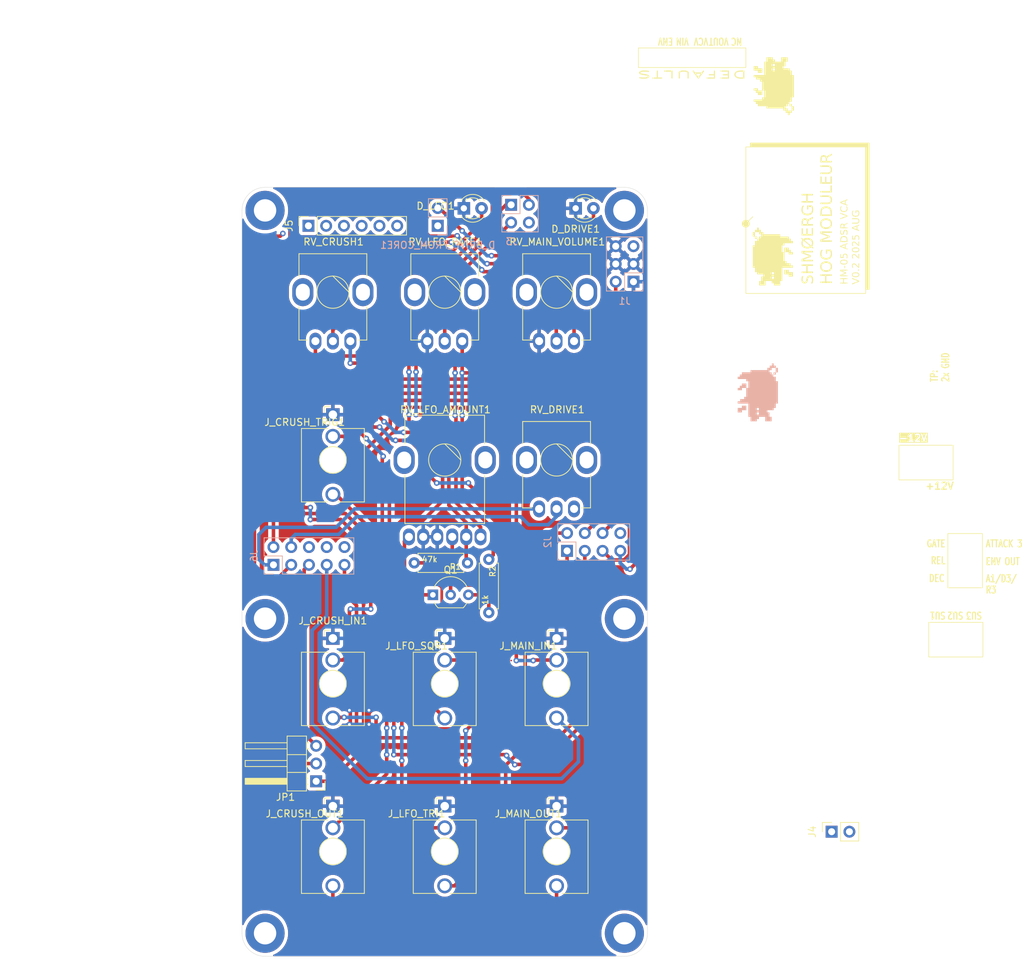
<source format=kicad_pcb>
(kicad_pcb (version 20241229) (generator "pcbnew") (generator_version "9.0")
  (layers (0 "F.Cu" signal) (2 "B.Cu" signal) (13 "F.Paste" user) (15 "B.Paste" user) (5 "F.SilkS" user "F.Silkscreen") (7 "B.SilkS" user "B.Silkscreen") (1 "F.Mask" user) (3 "B.Mask" user) (25 "Edge.Cuts" user))
  (net 0 "")
  (net 1 "DRIVE_LED_P")
  (net 2 "+12V")
  (net 3 "GND")
  (net 4 "-12V")
  (net 5 "Net-(D_LFO1-A)")
  (net 6 "RV_CRUSH_2")
  (net 7 "RV_CRUSH_1")
  (net 8 "CRUSH_OUT")
  (net 9 "CRUSH_IN")
  (net 10 "CRUSH_TRIG_DEFAULT")
  (net 12 "CRUSH_TRIG")
  (net 13 "RV_CRUSH_3")
  (net 14 "LFO_TRI")
  (net 15 "LFO_SQR")
  (net 16 "LFO_RATE")
  (net 18 "OUTPUT_OUT_DEFAULT")
  (net 19 "CRUSH_IN_DEFAULT")
  (net 20 "CRUSH_OUT_DEFAULT")
  (net 21 "LFO_SQR_DEFAULT")
  (net 22 "LFO_TRI_DEFAULT")
  (net 23 "OUTPUT_IN_DEFAULT")
  (net 24 "OUTPUT_LINE_OUT")
  (net 25 "OUTPUT_IN")
  (net 26 "OUTPUT_DRIVE_3")
  (net 27 "OUTPUT_DRIVE_1")
  (net 28 "OUTPUT_VOL_3")
  (net 30 "OUTPUT_PHONES_OUT")
  (net 31 "OUTPUT_VOL_2")
  (net 34 "OUTPUT_OUT")
  (net 35 "Net-(J_LFO_SQR1-PadT)")
  (net 36 "Net-(J_LFO_TRI1-PadT)")
  (net 37 "Net-(Q1-B)")
  (net 38 "Net-(Q1-C)")
  (footprint "Shmoergh_Custom_Footprints:Jack_3.5mm_QingPu_WQP-PJ398SM_Vertical_CircularHoles" (layer "F.Cu") (at 153 139)
    (property "Reference" "J_LFO_TRI1")
    (property "Value" "PJ398SM")
  )
  (footprint "MountingHole:MountingHole_3.2mm_M3_DIN965_Pad" (layer "F.Cu") (at 178.7 105.7)
    (property "Reference" "H6")
    (property "Value" "MountingHole")
  )
  (footprint "Shmoergh_Custom_Footprints:Potentiometer_Bourns_Single-PTV09A" (layer "F.Cu") (at 153 59)
    (property "Reference" "RV_LFO_RATE1")
    (property "Value" "A100k")
  )
  (footprint "Package_TO_SOT_THT:TO-92_Inline_Wide" (layer "F.Cu") (at 151.305 102.293)
    (property "Reference" "Q1")
    (property "Value" "2N3904")
  )
  (footprint "Shmoergh_Custom_Footprints:Jack_3.5mm_QingPu_WQP-PJ398SM_Vertical_CircularHoles" (layer "F.Cu") (at 137 139)
    (property "Reference" "J_CRUSH_OUT1")
    (property "Value" "PJ398SM")
  )
  (footprint "LED_THT:LED_D3.0mm" (layer "F.Cu") (at 171.73 47)
    (property "Reference" "D_DRIVE1")
    (property "Value" "Red LED")
  )
  (footprint "Connector_PinSocket_2.54mm:PinSocket_1x06_P2.54mm_Vertical" (layer "F.Cu") (at 133.5 49.5 90)
    (property "Reference" "J5")
    (property "Value" "Conn_01x06")
  )
  (footprint "Shmoergh_Logo:Gyeszno" (layer "F.Cu") (at 199.946 53.906 90)
    (property "Reference" "G***" (hide yes))
    (property "Value" "LOGO" (hide yes))
  )
  (footprint "Shmoergh_Custom_Footprints:Potentiometer_Bourns_Single-PTV09A" (layer "F.Cu") (at 137 59)
    (property "Reference" "RV_CRUSH1")
    (property "Value" "1M")
  )
  (footprint "Shmoergh_Custom_Footprints:Potentiometer_Bourns_Single-PTV09A" (layer "F.Cu") (at 169 59)
    (property "Reference" "RV_MAIN_VOLUME1")
    (property "Value" "A10k")
  )
  (footprint "MountingHole:MountingHole_3.2mm_M3_DIN965_Pad" (layer "F.Cu") (at 178.7 47.3)
    (property "Reference" "H2")
    (property "Value" "MountingHole")
  )
  (footprint "Shmoergh_Custom_Footprints:Potentiometer_Bourns_Dual-PTV112-4" (layer "F.Cu") (at 153 83)
    (property "Reference" "RV_LFO_AMOUNT1")
    (property "Value" "A20k")
  )
  (footprint "MountingHole:MountingHole_3.2mm_M3_DIN965_Pad" (layer "F.Cu") (at 178.7 150.7)
    (property "Reference" "H3")
    (property "Value" "MountingHole")
  )
  (footprint "Shmoergh_Custom_Footprints:Potentiometer_Bourns_Single-PTV09A" (layer "F.Cu") (at 169 83)
    (property "Reference" "RV_DRIVE1")
    (property "Value" "100k")
  )
  (footprint "Shmoergh_Custom_Footprints:Jack_3.5mm_QingPu_WQP-PJ398SM_Vertical_CircularHoles" (layer "F.Cu") (at 169 139)
    (property "Reference" "J_MAIN_OUT1")
    (property "Value" "PJ398SM")
  )
  (footprint "Connector_PinHeader_2.54mm:PinHeader_1x03_P2.54mm_Horizontal" (layer "F.Cu") (at 134.608 128.963 180)
    (property "Reference" "JP1")
    (property "Value" "Jumper_3_Open")
  )
  (footprint "MountingHole:MountingHole_3.2mm_M3_DIN965_Pad" (layer "F.Cu") (at 127.3 47.3)
    (property "Reference" "H1")
    (property "Value" "MountingHole")
  )
  (footprint "MountingHole:MountingHole_3.2mm_M3_DIN965_Pad" (layer "F.Cu") (at 127.3 150.7)
    (property "Reference" "H4")
    (property "Value" "MountingHole")
  )
  (footprint "Shmoergh_Custom_Footprints:R_Axial_DIN0207_L6.3mm_D2.5mm_P7.62mm_Horizontal" (layer "F.Cu") (at 159.306 97.213 -90)
    (property "Reference" "R2")
    (property "Value" "1k")
  )
  (footprint "Shmoergh_Custom_Footprints:Jack_3.5mm_QingPu_WQP-PJ398SM_Vertical_CircularHoles" (layer "F.Cu") (at 137 115)
    (property "Reference" "J_CRUSH_IN1")
    (property "Value" "PJ398SM")
  )
  (footprint "Shmoergh_Logo:Gyeszno" (layer "F.Cu") (at 200.073 29.522 -90)
    (property "Reference" "G***" (hide yes))
    (property "Value" "LOGO" (hide yes))
  )
  (footprint "LED_THT:LED_D3.0mm" (layer "F.Cu") (at 155.73 47)
    (property "Reference" "D_LFO1")
    (property "Value" "Red LED")
  )
  (footprint "Connector_PinSocket_2.54mm:PinSocket_1x02_P2.54mm_Vertical" (layer "F.Cu") (at 208.348 136.177 90)
    (property "Reference" "J4")
    (property "Value" "Conn_01x02")
  )
  (footprint "Shmoergh_Custom_Footprints:Jack_3.5mm_QingPu_WQP-PJ398SM_Vertical_CircularHoles" (layer "F.Cu") (at 137 83)
    (property "Reference" "J_CRUSH_TRIG1")
    (property "Value" "PJ398SM")
  )
  (footprint "Shmoergh_Custom_Footprints:R_Axial_DIN0207_L6.3mm_D2.5mm_P7.62mm_Horizontal" (layer "F.Cu") (at 156.258 97.721 180)
    (property "Reference" "R1")
    (property "Value" "47k")
  )
  (footprint "MountingHole:MountingHole_3.2mm_M3_DIN965_Pad" (layer "F.Cu") (at 127.3 105.7)
    (property "Reference" "H5")
    (property "Value" "MountingHole")
  )
  (footprint "Shmoergh_Custom_Footprints:Jack_3.5mm_QingPu_WQP-PJ398SM_Vertical_CircularHoles" (layer "F.Cu") (at 169 115)
    (property "Reference" "J_MAIN_IN1")
    (property "Value" "PJ398SM")
  )
  (footprint "Shmoergh_Custom_Footprints:Jack_3.5mm_QingPu_WQP-PJ398SM_Vertical_CircularHoles" (layer "F.Cu") (at 153 115)
    (property "Reference" "J_LFO_SQR1")
    (property "Value" "PJ398SM")
  )
  (footprint "Connector_PinSocket_2.54mm:PinSocket_1x02_P2.54mm_Vertical" (layer "B.Cu") (at 152 49.5)
    (property "Reference" "D_DRIVE_FROM_CORE1")
    (property "Value" "Red LED")
  )
  (footprint "Connector_PinSocket_2.54mm:PinSocket_2x04_P2.54mm_Vertical" (layer "B.Cu") (at 170.5 96 -90)
    (property "Reference" "J2")
    (property "Value" "Conn_02x04_Odd_Even")
  )
  (footprint "Connector_PinSocket_2.54mm:PinSocket_2x05_P2.54mm_Vertical" (layer "B.Cu") (at 128.5 98 -90)
    (property "Reference" "J6")
    (property "Value" "Conn_02x05_Odd_Even")
  )
  (footprint "Shmoergh_Logo:Gyeszno" (layer "B.Cu") (at 197.787 73.337 90)
    (property "Reference" "G***" (hide yes))
    (property "Value" "LOGO" (hide yes))
  )
  (footprint "Connector_PinSocket_2.54mm:PinSocket_2x03_P2.54mm_Vertical" (layer "B.Cu") (at 180 57.5)
    (property "Reference" "J1")
    (property "Value" "Conn_02x03_Odd_Even")
  )
  (footprint "Connector_PinSocket_2.54mm:PinSocket_2x02_P2.54mm_Vertical" (layer "B.Cu") (at 162.5 46.5 180)
    (property "Reference" "J3")
    (property "Value" "Conn_02x02_Odd_Even")
  )
  (gr_rect (start 217.98 80.8935) (end 225.727 85.8465) (stroke (width 0.1)) (fill no) (layer "F.SilkS"))
  (gr_rect (start 213.2175 38.16) (end 213.7085 58.603) (stroke (width 0.1)) (fill yes) (layer "F.SilkS"))
  (gr_line (start 197.0725 48.199) (end 196.0725 49.199) (stroke (width 0.1)) (layer "F.SilkS"))
  (gr_rect (start 224.965 93.53) (end 229.918 101.277) (stroke (width 0.1)) (fill no) (layer "F.SilkS"))
  (gr_rect (start 196.7325 37.66) (end 213.7085 38.16) (stroke (width 0.1)) (fill yes) (layer "F.SilkS"))
  (gr_rect (start 222.2345 106.23) (end 229.9815 111.183) (stroke (width 0.1)) (fill no) (layer "F.SilkS"))
  (gr_rect (start 196.0725 38.2215) (end 213.2175 59.1765) (stroke (width 0.1)) (fill no) (layer "F.SilkS"))
  (gr_rect (start 180.7055 24.061) (end 196.0725 26.855) (stroke (width 0.1)) (fill no) (layer "F.SilkS"))
  (gr_circle (center 196.0725 49.199) (end 195.5725 49.199) (stroke (width 0.1)) (fill yes) (layer "F.SilkS"))
  (gr_line (start 178.7 154) (end 127.3 154) (stroke (width 0.05)) (layer "Edge.Cuts"))
  (gr_arc (start 182 150.7) (mid 181.033452 153.033452) (end 178.7 154) (stroke (width 0.05)) (layer "Edge.Cuts"))
  (gr_line (start 182 47.3) (end 182 150.7) (stroke (width 0.05)) (layer "Edge.Cuts"))
  (gr_line (start 127.3 44) (end 178.7 44) (stroke (width 0.05)) (layer "Edge.Cuts"))
  (gr_line (start 124 150.7) (end 124 47.3) (stroke (width 0.05)) (layer "Edge.Cuts"))
  (gr_arc (start 124 47.3) (mid 124.966548 44.966548) (end 127.3 44) (stroke (width 0.05)) (layer "Edge.Cuts"))
  (gr_arc (start 127.3 154) (mid 124.966548 153.033452) (end 124 150.7) (stroke (width 0.05)) (layer "Edge.Cuts"))
  (gr_arc (start 178.7 44) (mid 181.033452 44.966548) (end 182 47.3) (stroke (width 0.05)) (layer "Edge.Cuts"))
  (gr_text "SHMØERGH \nHOG MODULEUR" (at 208.6455 57.9065 90) (layer "F.SilkS") (effects (font (size 1.6 1.6) (thickness 0.1)) (justify left bottom)))
  (gr_text "ATTACK 3" (at 230.299 95.562 0) (layer "F.SilkS") (effects (font (size 1 0.75) (thickness 0.17) (bold yes)) (justify left bottom)))
  (gr_text "DEFAULTS" (at 188.389 27.236 180) (layer "F.SilkS") (effects (font (size 1 2.2) (thickness 0.17) (bold yes)) (justify bottom)))
  (gr_text "-12V" (at 217.853 80.449 0) (layer "F.SilkS" knockout) (effects (font (size 1 1) (thickness 0.2) (bold yes)) (justify left bottom)))
  (gr_text "REL" (at 224.711 97.975 0) (layer "F.SilkS") (effects (font (size 1 0.75) (thickness 0.17) (bold yes)) (justify right bottom)))
  (gr_text "SU1" (at 223.5045 104.6425 180) (layer "F.SilkS") (effects (font (size 1 0.75) (thickness 0.17) (bold yes)) (justify bottom)))
  (gr_text "VIN" (at 186.992 22.537 180) (layer "F.SilkS") (effects (font (size 1 0.75) (thickness 0.17) (bold yes)) (justify bottom)))
  (gr_text "TP:\n2x GND" (at 225.219 71.94 90) (layer "F.SilkS") (effects (font (size 1 0.75) (thickness 0.17) (bold yes)) (justify left bottom)))
  (gr_text "SU2" (at 226.0445 104.6425 180) (layer "F.SilkS") (effects (font (size 1 0.75) (thickness 0.17) (bold yes)) (justify bottom)))
  (gr_text "+12V" (at 221.663 87.307 0) (layer "F.SilkS") (effects (font (size 1 1) (thickness 0.2) (bold yes)) (justify left bottom)))
  (gr_text "ENV" (at 184.579 22.537 180) (layer "F.SilkS") (effects (font (size 1 0.75) (thickness 0.17) (bold yes)) (justify bottom)))
  (gr_text "ENV OUT" (at 230.299 98.102 0) (layer "F.SilkS") (effects (font (size 1 0.75) (thickness 0.17) (bold yes)) (justify left bottom)))
  (gr_text "DEC" (at 224.584 100.515 0) (layer "F.SilkS") (effects (font (size 1 0.75) (thickness 0.17) (bold yes)) (justify right bottom)))
  (gr_text "SU3" (at 228.7115 104.6425 180) (layer "F.SilkS") (effects (font (size 1 0.75) (thickness 0.17) (bold yes)) (justify bottom)))
  (gr_text "A1/D3/\nR3" (at 230.299 102.166 0) (layer "F.SilkS") (effects (font (size 1 0.75) (thickness 0.17) (bold yes)) (justify left bottom)))
  (gr_text "NC" (at 194.739 22.537 180) (layer "F.SilkS") (effects (font (size 1 0.75) (thickness 0.17) (bold yes)) (justify bottom)))
  (gr_text "GATE" (at 224.711 95.562 0) (layer "F.SilkS") (effects (font (size 1 0.75) (thickness 0.17) (bold yes)) (justify right bottom)))
  (gr_text "VCV" (at 189.659 22.537 180) (layer "F.SilkS") (effects (font (size 1 0.75) (thickness 0.17) (bold yes)) (justify bottom)))
  (gr_text "HM-05 ADSR VCA\nV0.2 2025 AUG" (at 212.4555 57.9065 90) (layer "F.SilkS") (effects (font (size 1 1) (thickness 0.1)) (justify left bottom)))
  (gr_text "VOUT" (at 192.199 22.537 180) (layer "F.SilkS") (effects (font (size 1 0.75) (thickness 0.17) (bold yes)) (justify bottom)))
  (segment (start 162.481 111.691) (end 162.542 111.691) (width 0.2) (layer "F.Cu") (net 0))
  (segment (start 159.56 53.779) (end 159.687 53.779) (width 0.508) (layer "F.Cu") (net 1))
  (segment (start 159.687 53.779) (end 171.117 53.779) (width 0.508) (layer "F.Cu") (net 1))
  (segment (start 152.233 46.96) (end 155.496 50.223) (width 0.508) (layer "F.Cu") (net 1))
  (segment (start 171.117 53.779) (end 174.27 50.626) (width 0.508) (layer "F.Cu") (net 1))
  (segment (start 152 46.96) (end 152.233 46.96) (width 0.508) (layer "F.Cu") (net 1))
  (segment (start 174.27 50.626) (end 174.27 47) (width 0.508) (layer "F.Cu") (net 1))
  (via (at 155.496 50.223) (size 0.8) (drill 0.4) (layers "F.Cu" "B.Cu") (net 1))
  (via (at 159.687 53.779) (size 0.8) (drill 0.4) (layers "F.Cu" "B.Cu") (net 1))
  (segment (start 159.56 53.779) (end 159.052 53.779) (width 0.508) (layer "B.Cu") (net 1))
  (segment (start 159.052 53.779) (end 155.496 50.223) (width 0.508) (layer "B.Cu") (net 1))
  (segment (start 159.941 92.895) (end 159.941 93.657) (width 0.508) (layer "F.Cu") (net 2))
  (segment (start 177.46 66.613) (end 177.46 57.5) (width 0.508) (layer "F.Cu") (net 2))
  (segment (start 155.496 76.639) (end 155.496 88.45) (width 0.508) (layer "F.Cu") (net 2))
  (segment (start 155.5 69.142) (end 155.5 66) (width 0.508) (layer "F.Cu") (net 2))
  (segment (start 155.496 70.543) (end 155.496 69.146) (width 0.508) (layer "F.Cu") (net 2))
  (segment (start 155.496 70.543) (end 173.53 70.543) (width 0.508) (layer "F.Cu") (net 2))
  (segment (start 155.496 69.146) (end 155.5 69.142) (width 0.508) (layer "F.Cu") (net 2))
  (segment (start 159.306 97.213) (end 159.941 96.578) (width 0.508) (layer "F.Cu") (net 2))
  (segment (start 159.941 96.578) (end 159.941 93.657) (width 0.508) (layer "F.Cu") (net 2))
  (segment (start 173.53 70.543) (end 177.46 66.613) (width 0.508) (layer "F.Cu") (net 2))
  (segment (start 155.496 88.45) (end 159.941 92.895) (width 0.508) (layer "F.Cu") (net 2))
  (via (at 155.496 70.543) (size 0.8) (drill 0.4) (layers "F.Cu" "B.Cu") (net 2))
  (via (at 155.496 76.639) (size 0.8) (drill 0.4) (layers "F.Cu" "B.Cu") (net 2))
  (segment (start 155.496 70.543) (end 155.496 76.639) (width 0.508) (layer "B.Cu") (net 2))
  (segment (start 139.494 120.708) (end 139.367 120.835) (width 0.508) (layer "F.Cu") (net 3))
  (segment (start 139.367 118.803) (end 139.494 118.93) (width 0.508) (layer "F.Cu") (net 3))
  (segment (start 139.494 118.93) (end 139.494 120.708) (width 0.508) (layer "F.Cu") (net 3))
  (segment (start 142.161 118.803) (end 142.161 120.835) (width 0.508) (layer "F.Cu") (net 3))
  (via (at 142.161 118.803) (size 0.8) (drill 0.4) (layers "F.Cu" "B.Cu") (net 3))
  (via (at 139.367 118.803) (size 0.8) (drill 0.4) (layers "F.Cu" "B.Cu") (net 3))
  (via (at 139.367 120.835) (size 0.8) (drill 0.4) (layers "F.Cu" "B.Cu") (net 3))
  (via (at 142.161 120.835) (size 0.8) (drill 0.4) (layers "F.Cu" "B.Cu") (net 3))
  (segment (start 152.702 79.433) (end 152.702 88.831) (width 0.508) (layer "F.Cu") (net 5))
  (segment (start 146.225 92.26) (end 146.225 100.007) (width 0.508) (layer "F.Cu") (net 5))
  (segment (start 150.416 61.653) (end 151.813 60.256) (width 0.508) (layer "F.Cu") (net 5))
  (segment (start 148.511 102.293) (end 151.305 102.293) (width 0.508) (layer "F.Cu") (net 5))
  (segment (start 149.908 91.625) (end 146.86 91.625) (width 0.508) (layer "F.Cu") (net 5))
  (segment (start 158.27 48.973) (end 158.27 47) (width 0.508) (layer "F.Cu") (net 5))
  (segment (start 147.876 70.400003) (end 147.876 69.146) (width 0.508) (layer "F.Cu") (net 5))
  (segment (start 147.891997 77.670997) (end 148.13 77.909) (width 0.508) (layer "F.Cu") (net 5))
  (segment (start 149.527 61.653) (end 150.416 61.653) (width 0.508) (layer "F.Cu") (net 5))
  (segment (start 152.702 88.831) (end 149.908 91.625) (width 0.508) (layer "F.Cu") (net 5))
  (segment (start 151.178 77.909) (end 152.702 79.433) (width 0.508) (layer "F.Cu") (net 5))
  (segment (start 146.606 67.876) (end 146.606 64.574) (width 0.508) (layer "F.Cu") (net 5))
  (segment (start 151.813 60.256) (end 151.813 55.43) (width 0.508) (layer "F.Cu") (net 5))
  (segment (start 146.86 91.625) (end 146.225 92.26) (width 0.508) (layer "F.Cu") (net 5))
  (segment (start 147.876 69.146) (end 146.606 67.876) (width 0.508) (layer "F.Cu") (net 5))
  (segment (start 146.225 100.007) (end 148.511 102.293) (width 0.508) (layer "F.Cu") (net 5))
  (segment (start 146.606 64.574) (end 149.527 61.653) (width 0.508) (layer "F.Cu") (net 5))
  (segment (start 151.813 55.43) (end 158.27 48.973) (width 0.508) (layer "F.Cu") (net 5))
  (segment (start 147.891997 76.512) (end 147.891997 77.670997) (width 0.508) (layer "F.Cu") (net 5))
  (segment (start 148.13 77.909) (end 151.178 77.909) (width 0.508) (layer "F.Cu") (net 5))
  (segment (start 147.891997 70.416) (end 147.876 70.400003) (width 0.508) (layer "F.Cu") (net 5))
  (via (at 147.891997 70.416) (size 0.8) (drill 0.4) (layers "F.Cu" "B.Cu") (net 5))
  (via (at 147.891997 76.512) (size 0.8) (drill 0.4) (layers "F.Cu" "B.Cu") (net 5))
  (segment (start 147.891997 70.416) (end 147.891997 76.512) (width 0.508) (layer "B.Cu") (net 5))
  (segment (start 142.034 63.685) (end 143.05 64.701) (width 0.508) (layer "F.Cu") (net 6))
  (segment (start 143.05 70.416) (end 144.066 71.432) (width 0.508) (layer "F.Cu") (net 6))
  (segment (start 137 64.401) (end 137.716 63.685) (width 0.508) (layer "F.Cu") (net 6))
  (segment (start 137.716 63.685) (end 142.034 63.685) (width 0.508) (layer "F.Cu") (net 6))
  (segment (start 180.769 78.417) (end 180.769 97.34) (width 0.508) (layer "F.Cu") (net 6))
  (segment (start 173.784 71.432) (end 180.769 78.417) (width 0.508) (layer "F.Cu") (net 6))
  (segment (start 180.769 97.34) (end 179.499 98.61) (width 0.508) (layer "F.Cu") (net 6))
  (segment (start 144.066 71.432) (end 173.784 71.432) (width 0.508) (layer "F.Cu") (net 6))
  (segment (start 137 66) (end 137 64.401) (width 0.508) (layer "F.Cu") (net 6))
  (segment (start 143.05 64.701) (end 143.05 70.416) (width 0.508) (layer "F.Cu") (net 6))
  (via (at 179.499 98.61) (size 0.8) (drill 0.4) (layers "F.Cu" "B.Cu") (net 6))
  (segment (start 179.499 98.61) (end 178.991 98.61) (width 0.508) (layer "B.Cu") (net 6))
  (segment (start 178.102 96.018) (end 178.12 96) (width 0.508) (layer "B.Cu") (net 6))
  (segment (start 178.102 97.721) (end 178.102 96.018) (width 0.508) (layer "B.Cu") (net 6))
  (segment (start 178.991 98.61) (end 178.102 97.721) (width 0.508) (layer "B.Cu") (net 6))
  (segment (start 179.425 96.540549) (end 179.425 78.597) (width 0.508) (layer "F.Cu") (net 7))
  (segment (start 141.018 68.13) (end 134.795 68.13) (width 0.508) (layer "F.Cu") (net 7))
  (segment (start 175.58 96) (end 176.885 97.305) (width 0.508) (layer "F.Cu") (net 7))
  (segment (start 142.161 69.273) (end 141.018 68.13) (width 0.508) (layer "F.Cu") (net 7))
  (segment (start 143.558 72.448) (end 142.161 71.051) (width 0.508) (layer "F.Cu") (net 7))
  (segment (start 178.660549 97.305) (end 179.425 96.540549) (width 0.508) (layer "F.Cu") (net 7))
  (segment (start 179.425 78.597) (end 173.276 72.448) (width 0.508) (layer "F.Cu") (net 7))
  (segment (start 134.795 68.13) (end 134.5 67.835) (width 0.508) (layer "F.Cu") (net 7))
  (segment (start 142.161 71.051) (end 142.161 69.273) (width 0.508) (layer "F.Cu") (net 7))
  (segment (start 134.5 67.835) (end 134.5 66) (width 0.508) (layer "F.Cu") (net 7))
  (segment (start 173.276 72.448) (end 143.558 72.448) (width 0.508) (layer "F.Cu") (net 7))
  (segment (start 176.885 97.305) (end 178.660549 97.305) (width 0.508) (layer "F.Cu") (net 7))
  (segment (start 173.657 105.595) (end 170.5 102.438) (width 0.508) (layer "F.Cu") (net 8))
  (segment (start 173.657 118.295) (end 173.657 105.595) (width 0.508) (layer "F.Cu") (net 8))
  (segment (start 137.589 146.87) (end 158.798 146.87) (width 0.508) (layer "F.Cu") (net 8))
  (segment (start 158.798 146.87) (end 161.719 143.949) (width 0.508) (layer "F.Cu") (net 8))
  (segment (start 162.989 125.407) (end 166.545 125.407) (width 0.508) (layer "F.Cu") (net 8))
  (segment (start 161.719 143.949) (end 161.719 126.677) (width 0.508) (layer "F.Cu") (net 8))
  (segment (start 137 146.281) (end 137.589 146.87) (width 0.508) (layer "F.Cu") (net 8))
  (segment (start 161.719 126.677) (end 162.989 125.407) (width 0.508) (layer "F.Cu") (net 8))
  (segment (start 137 143.92) (end 137 146.281) (width 0.508) (layer "F.Cu") (net 8))
  (segment (start 166.545 125.407) (end 173.657 118.295) (width 0.508) (layer "F.Cu") (net 8))
  (segment (start 170.5 102.438) (end 170.5 96) (width 0.508) (layer "F.Cu") (net 8))
  (segment (start 161.973 122.74) (end 164.513 120.2) (width 0.508) (layer "F.Cu") (net 9))
  (segment (start 164.513 96.578) (end 167.631 93.46) (width 0.508) (layer "F.Cu") (net 9))
  (segment (start 167.631 93.46) (end 170.5 93.46) (width 0.508) (layer "F.Cu") (net 9))
  (segment (start 143.177 119.819) (end 143.177 122.105) (width 0.508) (layer "F.Cu") (net 9))
  (segment (start 137.101 119.819) (end 137 119.92) (width 0.508) (layer "F.Cu") (net 9))
  (segment (start 143.812 122.74) (end 161.973 122.74) (width 0.508) (layer "F.Cu") (net 9))
  (segment (start 164.513 120.2) (end 164.513 96.578) (width 0.508) (layer "F.Cu") (net 9))
  (segment (start 143.177 122.105) (end 143.812 122.74) (width 0.508) (layer "F.Cu") (net 9))
  (segment (start 138.605 119.819) (end 137.101 119.819) (width 0.508) (layer "F.Cu") (net 9))
  (via (at 143.177 119.819) (size 0.8) (drill 0.4) (layers "F.Cu" "B.Cu") (net 9))
  (via (at 138.605 119.819) (size 0.8) (drill 0.4) (layers "F.Cu" "B.Cu") (net 9))
  (segment (start 143.177 119.819) (end 138.605 119.819) (width 0.508) (layer "B.Cu") (net 9))
  (segment (start 146.86 74.48) (end 147.114 74.48) (width 0.508) (layer "F.Cu") (net 10))
  (segment (start 172.514 74.48) (end 177.086 79.052) (width 0.508) (layer "F.Cu") (net 10))
  (segment (start 141.653 81.592) (end 145.209 78.036) (width 0.508) (layer "F.Cu") (net 10))
  (segment (start 147.114 74.48) (end 172.514 74.48) (width 0.508) (layer "F.Cu") (net 10))
  (segment (start 177.086 89.414) (end 173.04 93.46) (width 0.508) (layer "F.Cu") (net 10))
  (segment (start 145.209 76.131) (end 146.86 74.48) (width 0.508) (layer "F.Cu") (net 10))
  (segment (start 138.538 79.62) (end 140.51 81.592) (width 0.508) (layer "F.Cu") (net 10))
  (segment (start 140.51 81.592) (end 141.653 81.592) (width 0.508) (layer "F.Cu") (net 10))
  (segment (start 177.086 79.052) (end 177.086 89.414) (width 0.508) (layer "F.Cu") (net 10))
  (segment (start 145.209 78.036) (end 145.209 76.131) (width 0.508) (layer "F.Cu") (net 10))
  (segment (start 137 79.62) (end 138.538 79.62) (width 0.508) (layer "F.Cu") (net 10))
  (segment (start 163.02137 126.58237) (end 163.05374 126.55) (width 0.508) (layer "F.Cu") (net 12))
  (segment (start 143.05 93.53) (end 143.05 100.896) (width 0.508) (layer "F.Cu") (net 12))
  (segment (start 137 87.92) (end 137.44 87.92) (width 0.508) (layer "F.Cu") (net 12))
  (segment (start 174.8 105.087) (end 173.022 103.309) (width 0.508) (layer "F.Cu") (net 12))
  (segment (start 145.717 103.563) (end 145.717 121.343) (width 0.508) (layer "F.Cu") (net 12))
  (segment (start 163.05374 126.55) (end 166.926 126.55) (width 0.508) (layer "F.Cu") (net 12))
  (segment (start 161.846 125.28) (end 161.719 125.153) (width 0.508) (layer "F.Cu") (net 12))
  (segment (start 161.719 125.153) (end 145.717 125.153) (width 0.508) (layer "F.Cu") (net 12))
  (segment (start 143.05 100.896) (end 145.717 103.563) (width 0.508) (layer "F.Cu") (net 12))
  (segment (start 166.926 126.55) (end 174.8 118.676) (width 0.508) (layer "F.Cu") (net 12))
  (segment (start 174.8 118.676) (end 174.8 105.087) (width 0.508) (layer "F.Cu") (net 12))
  (segment (start 173.04 103.291) (end 173.04 96) (width 0.508) (layer "F.Cu") (net 12))
  (segment (start 173.022 103.309) (end 173.04 103.291) (width 0.508) (layer "F.Cu") (net 12))
  (segment (start 137.44 87.92) (end 143.05 93.53) (width 0.508) (layer "F.Cu") (net 12))
  (via (at 145.717 121.343) (size 0.8) (drill 0.4) (layers "F.Cu" "B.Cu") (net 12))
  (via (at 163.02137 126.58237) (size 0.8) (drill 0.4) (layers "F.Cu" "B.Cu") (net 12))
  (via (at 145.717 125.153) (size 0.8) (drill 0.4) (layers "F.Cu" "B.Cu") (net 12))
  (via (at 161.846 125.28) (size 0.8) (drill 0.4) (layers "F.Cu" "B.Cu") (net 12))
  (segment (start 161.846 125.407) (end 161.846 125.28) (width 0.508) (layer "B.Cu") (net 12))
  (segment (start 145.717 125.153) (end 145.717 121.343) (width 0.508) (layer "B.Cu") (net 12))
  (segment (start 163.02137 126.58237) (end 161.846 125.407) (width 0.508) (layer "B.Cu") (net 12))
  (segment (start 178.229 90.811) (end 178.229 78.671) (width 0.508) (layer "F.Cu") (net 13))
  (segment (start 141.272 71.686) (end 141.272 69.781) (width 0.508) (layer "F.Cu") (net 13))
  (segment (start 143.05 73.464) (end 141.272 71.686) (width 0.508) (layer "F.Cu") (net 13))
  (segment (start 141.272 69.781) (end 140.637 69.146) (width 0.508) (layer "F.Cu") (net 13))
  (segment (start 178.229 78.671) (end 173.022 73.464) (width 0.508) (layer "F.Cu") (net 13))
  (segment (start 140.637 69.146) (end 139.494 69.146) (width 0.508) (layer "F.Cu") (net 13))
  (segment (start 173.022 73.464) (end 143.05 73.464) (width 0.508) (layer "F.Cu") (net 13))
  (segment (start 175.58 93.46) (end 178.229 90.811) (width 0.508) (layer "F.Cu") (net 13))
  (via (at 139.494 69.146) (size 0.8) (drill 0.4) (layers "F.Cu" "B.Cu") (net 13))
  (segment (start 139.494 69.146) (end 139.494 66.006) (width 0.508) (layer "B.Cu") (net 13))
  (segment (start 139.494 66.006) (end 139.5 66) (width 0.508) (layer "B.Cu") (net 13))
  (segment (start 152.829 55.938) (end 159.814 48.953) (width 0.508) (layer "F.Cu") (net 14))
  (segment (start 153.591 89.466) (end 156.075 91.95) (width 0.508) (layer "F.Cu") (net 14))
  (segment (start 148.892 70.416) (end 148.892 68.892) (width 0.508) (layer "F.Cu") (net 14))
  (segment (start 156.075 97.538) (end 156.258 97.721) (width 0.508) (layer "F.Cu") (net 14))
  (segment (start 163.878 44.508) (end 165.04 45.67) (width 0.508) (layer "F.Cu") (net 14))
  (segment (start 148.892 76.512) (end 151.305 76.512) (width 0.508) (layer "F.Cu") (net 14))
  (segment (start 160.957 44.508) (end 163.878 44.508) (width 0.508) (layer "F.Cu") (net 14))
  (segment (start 150.122322 62.468) (end 151.252 62.468) (width 0.508) (layer "F.Cu") (net 14))
  (segment (start 156.075 91.95) (end 156.075 94) (width 0.508) (layer "F.Cu") (net 14))
  (segment (start 159.814 48.953) (end 159.814 45.651) (width 0.508) (layer "F.Cu") (net 14))
  (segment (start 151.252 62.468) (end 152.829 60.891) (width 0.508) (layer "F.Cu") (net 14))
  (segment (start 156.075 94) (end 156.075 97.538) (width 0.508) (layer "F.Cu") (net 14))
  (segment (start 159.814 45.651) (end 160.957 44.508) (width 0.508) (layer "F.Cu") (net 14))
  (segment (start 152.829 60.891) (end 152.829 55.938) (width 0.508) (layer "F.Cu") (net 14))
  (segment (start 147.495 65.095322) (end 150.122322 62.468) (width 0.508) (layer "F.Cu") (net 14))
  (segment (start 165.04 45.67) (end 165.04 46.5) (width 0.508) (layer "F.Cu") (net 14))
  (segment (start 153.591 78.798) (end 153.591 89.466) (width 0.508) (layer "F.Cu") (net 14))
  (segment (start 148.892 68.892) (end 147.495 67.495) (width 0.508) (layer "F.Cu") (net 14))
  (segment (start 147.495 67.495) (end 147.495 65.095322) (width 0.508) (layer "F.Cu") (net 14))
  (segment (start 151.305 76.512) (end 153.591 78.798) (width 0.508) (layer "F.Cu") (net 14))
  (via (at 148.892 76.512) (size 0.8) (drill 0.4) (layers "F.Cu" "B.Cu") (net 14))
  (via (at 148.892 70.416) (size 0.8) (drill 0.4) (layers "F.Cu" "B.Cu") (net 14))
  (segment (start 148.892 70.416) (end 148.892 76.512) (width 0.508) (layer "B.Cu") (net 14))
  (segment (start 150.289 69.146) (end 148.511 67.368) (width 0.508) (layer "F.Cu") (net 15))
  (segment (start 150.797 63.177) (end 151.813 63.177) (width 0.508) (layer "F.Cu") (net 15))
  (segment (start 153.972 69.146) (end 150.289 69.146) (width 0.508) (layer "F.Cu") (net 15))
  (segment (start 153.845 56.319) (end 160.957 49.207) (width 0.508) (layer "F.Cu") (net 15))
  (segment (start 154.607 89.085) (end 158.125 92.603) (width 0.508) (layer "F.Cu") (net 15))
  (segment (start 158.125 92.603) (end 158.125 94) (width 0.508) (layer "F.Cu") (net 15))
  (segment (start 160.957 47.302) (end 161.719 46.54) (width 0.508) (layer "F.Cu") (net 15))
  (segment (start 148.511 65.463) (end 150.797 63.177) (width 0.508) (layer "F.Cu") (net 15))
  (segment (start 153.845 61.145) (end 153.845 56.319) (width 0.508) (layer "F.Cu") (net 15))
  (segment (start 154.607 76.766) (end 154.607 89.085) (width 0.508) (layer "F.Cu") (net 15))
  (segment (start 154.48 70.543) (end 154.48 69.654) (width 0.508) (layer "F.Cu") (net 15))
  (segment (start 154.48 76.639) (end 154.607 76.766) (width 0.508) (layer "F.Cu") (net 15))
  (segment (start 148.511 67.368) (end 148.511 65.463) (width 0.508) (layer "F.Cu") (net 15))
  (segment (start 154.48 69.654) (end 153.972 69.146) (width 0.508) (layer "F.Cu") (net 15))
  (segment (start 161.719 46.54) (end 162.46 46.54) (width 0.508) (layer "F.Cu") (net 15))
  (segment (start 162.46 46.54) (end 162.5 46.5) (width 0.508) (layer "F.Cu") (net 15))
  (segment (start 151.813 63.177) (end 153.845 61.145) (width 0.508) (layer "F.Cu") (net 15))
  (segment (start 160.957 49.207) (end 160.957 47.302) (width 0.508) (layer "F.Cu") (net 15))
  (via (at 154.48 70.543) (size 0.8) (drill 0.4) (layers "F.Cu" "B.Cu") (net 15))
  (via (at 154.48 76.639) (size 0.8) (drill 0.4) (layers "F.Cu" "B.Cu") (net 15))
  (segment (start 154.48 76.639) (end 154.48 70.543) (width 0.508) (layer "B.Cu") (net 15))
  (segment (start 153 63.387) (end 154.861 61.526) (width 0.508) (layer "F.Cu") (net 16))
  (segment (start 154.861 56.679) (end 162.5 49.04) (width 0.508) (layer "F.Cu") (net 16))
  (segment (start 154.861 61.526) (end 154.861 56.679) (width 0.508) (layer "F.Cu") (net 16))
  (segment (start 153 66) (end 153 63.387) (width 0.508) (layer "F.Cu") (net 16))
  (segment (start 131.493 115.247) (end 131.493 103.563) (width 0.508) (layer "F.Cu") (net 18))
  (segment (start 126.794 50.985) (end 129.461 50.985) (width 0.508) (layer "F.Cu") (net 18))
  (segment (start 131.493 103.563) (end 128.826 100.896) (width 0.508) (layer "F.Cu") (net 18))
  (segment (start 124.762 99.88) (end 124.762 53.017) (width 0.508) (layer "F.Cu") (net 18))
  (segment (start 124.762 53.017) (end 126.794 50.985) (width 0.508) (layer "F.Cu") (net 18))
  (segment (start 167.18 151.061) (end 133.525 151.061) (width 0.508) (layer "F.Cu") (net 18))
  (segment (start 133.525 151.061) (end 128.572 146.108) (width 0.508) (layer "F.Cu") (net 18))
  (segment (start 128.572 118.168) (end 131.493 115.247) (width 0.508) (layer "F.Cu") (net 18))
  (segment (start 169 135.62) (end 171.678 135.62) (width 0.508) (layer "F.Cu") (net 18))
  (segment (start 129.461 50.985) (end 129.842 50.604) (width 0.508) (layer "F.Cu") (net 18))
  (segment (start 128.572 146.108) (end 128.572 118.168) (width 0.508) (layer "F.Cu") (net 18))
  (segment (start 128.826 100.896) (end 125.778 100.896) (width 0.508) (layer "F.Cu") (net 18))
  (segment (start 171.678 135.62) (end 172.895 136.837) (width 0.508) (layer "F.Cu") (net 18))
  (segment (start 125.778 100.896) (end 124.762 99.88) (width 0.508) (layer "F.Cu") (net 18))
  (segment (start 172.895 136.837) (end 172.895 145.346) (width 0.508) (layer "F.Cu") (net 18))
  (segment (start 172.895 145.346) (end 167.18 151.061) (width 0.508) (layer "F.Cu") (net 18))
  (via (at 129.842 50.604) (size 0.8) (drill 0.4) (layers "F.Cu" "B.Cu") (net 18))
  (segment (start 130.731 87.561) (end 130.731 69.4) (width 0.508) (layer "F.Cu") (net 19))
  (segment (start 132.978 89.808) (end 130.731 87.561) (width 0.508) (layer "F.Cu") (net 19))
  (segment (start 137 111.62) (end 138.422 111.62) (width 0.508) (layer "F.Cu") (net 19))
  (segment (start 140.764 94.165) (end 140.764 101.372847) (width 0.508) (layer "F.Cu") (net 19))
  (segment (start 133.779 89.808) (end 132.978 89.808) (width 0.508) (layer "F.Cu") (net 19))
  (segment (start 139.367 104.487) (end 139.529 104.325) (width 0.508) (layer "F.Cu") (net 19))
  (segment (start 139.367 110.675) (end 139.367 104.487) (width 0.508) (layer "F.Cu") (net 19))
  (segment (start 142.415 103.023847) (end 142.415 104.325) (width 0.508) (layer "F.Cu") (net 19))
  (segment (start 133.779 91.516) (end 138.115 91.516) (width 0.508) (layer "F.Cu") (net 19))
  (segment (start 138.422 111.62) (end 138.986 111.056) (width 0.508) (layer "F.Cu") (net 19))
  (segment (start 138.986 111.056) (end 139.367 110.675) (width 0.508) (layer "F.Cu") (net 19))
  (segment (start 140.764 101.372847) (end 142.415 103.023847) (width 0.508) (layer "F.Cu") (net 19))
  (segment (start 138.115 91.516) (end 140.764 94.165) (width 0.508) (layer "F.Cu") (net 19))
  (segment (start 130.731 69.4) (end 130.604 69.273) (width 0.508) (layer "F.Cu") (net 19))
  (via (at 133.779 89.808) (size 0.8) (drill 0.4) (layers "F.Cu" "B.Cu") (net 19))
  (via (at 139.529 104.325) (size 0.8) (drill 0.4) (layers "F.Cu" "B.Cu") (net 19))
  (via (at 133.779 91.516) (size 0.8) (drill 0.4) (layers "F.Cu" "B.Cu") (net 19))
  (via (at 142.415 104.325) (size 0.8) (drill 0.4) (layers "F.Cu" "B.Cu") (net 19))
  (segment (start 133.779 91.516) (end 133.779 89.808) (width 0.508) (layer "B.Cu") (net 19))
  (segment (start 139.529 104.325) (end 142.415 104.325) (width 0.508) (layer "B.Cu") (net 19))
  (segment (start 137 135.62) (end 144.701 127.919) (width 0.508) (layer "F.Cu") (net 20))
  (segment (start 144.701 103.944) (end 141.907 101.15) (width 0.508) (layer "F.Cu") (net 20))
  (segment (start 138.785 90.662) (end 131.927 90.662) (width 0.508) (layer "F.Cu") (net 20))
  (segment (start 129.588 88.323) (end 129.588 55.557) (width 0.508) (layer "F.Cu") (net 20))
  (segment (start 129.588 55.557) (end 131.493 53.652) (width 0.508) (layer "F.Cu") (net 20))
  (segment (start 141.907 101.15) (end 141.907 93.784) (width 0.508) (layer "F.Cu") (net 20))
  (segment (start 131.927 90.662) (end 129.588 88.323) (width 0.508) (layer "F.Cu") (net 20))
  (segment (start 144.701 127.919) (end 144.701 125.153) (width 0.508) (layer "F.Cu") (net 20))
  (segment (start 141.907 93.784) (end 138.785 90.662) (width 0.508) (layer "F.Cu") (net 20))
  (segment (start 144.701 121.343) (end 144.701 103.944) (width 0.508) (layer "F.Cu") (net 20))
  (via (at 144.701 121.343) (size 0.8) (drill 0.4) (layers "F.Cu" "B.Cu") (net 20))
  (via (at 144.701 125.153) (size 0.8) (drill 0.4) (layers "F.Cu" "B.Cu") (net 20))
  (segment (start 144.701 125.153) (end 144.701 121.343) (width 0.508) (layer "B.Cu") (net 20))
  (segment (start 148.003 80.195) (end 145.971 80.195) (width 0.508) (layer "F.Cu") (net 21))
  (segment (start 145.082 87.942) (end 145.59 87.434) (width 0.508) (layer "F.Cu") (net 21))
  (segment (start 131.673 64.267) (end 136.446 59.494) (width 0.508) (layer "F.Cu") (net 21))
  (segment (start 131.673 67.153677) (end 131.673 64.267) (width 0.508) (layer "F.Cu") (net 21))
  (segment (start 149.654 86.037) (end 149.654 81.846) (width 0.508) (layer "F.Cu") (net 21))
  (segment (start 154.48 121.47) (end 149.908 121.47) (width 0.508) (layer "F.Cu") (net 21))
  (segment (start 149.654 81.846) (end 148.003 80.195) (width 0.508) (layer "F.Cu") (net 21))
  (segment (start 156.512 119.438) (end 154.48 121.47) (width 0.508) (layer "F.Cu") (net 21))
  (segment (start 154.917 111.62) (end 156.512 113.215) (width 0.508) (layer "F.Cu") (net 21))
  (segment (start 153 111.62) (end 154.917 111.62) (width 0.508) (layer "F.Cu") (net 21))
  (segment (start 148.257 87.434) (end 149.654 86.037) (width 0.508) (layer "F.Cu") (net 21))
  (segment (start 148.257 119.819) (end 148.257 103.436) (width 0.508) (layer "F.Cu") (net 21))
  (segment (start 142.815546 78.296223) (end 131.673 67.153677) (width 0.508) (layer "F.Cu") (net 21))
  (segment (start 156.512 113.215) (end 156.512 119.438) (width 0.508) (layer "F.Cu") (net 21))
  (segment (start 145.082 100.261) (end 145.082 87.942) (width 0.508) (layer "F.Cu") (net 21))
  (segment (start 149.908 121.47) (end 148.257 119.819) (width 0.508) (layer "F.Cu") (net 21))
  (segment (start 145.59 87.434) (end 148.257 87.434) (width 0.508) (layer "F.Cu") (net 21))
  (segment (start 143.679814 78.296223) (end 142.815546 78.296223) (width 0.508) (layer "F.Cu") (net 21))
  (segment (start 148.257 103.436) (end 145.082 100.261) (width 0.508) (layer "F.Cu") (net 21))
  (via (at 145.971 80.195) (size 0.8) (drill 0.4) (layers "F.Cu" "B.Cu") (net 21))
  (via (at 143.679814 78.296223) (size 0.8) (drill 0.4) (layers "F.Cu" "B.Cu") (net 21))
  (segment (start 145.971 80.195) (end 145.578591 80.195) (width 0.508) (layer "B.Cu") (net 21))
  (segment (start 145.578591 80.195) (end 143.679814 78.296223) (width 0.508) (layer "B.Cu") (net 21))
  (segment (start 146.86 121.343) (end 146.86 103.436) (width 0.508) (layer "F.Cu") (net 22))
  (segment (start 130.731 67.368) (end 130.731 63.812) (width 0.508) (layer "F.Cu") (net 22))
  (segment (start 141.78 79.941) (end 141.018 79.179) (width 0.508) (layer "F.Cu") (net 22))
  (segment (start 141.018 77.655) (end 130.731 67.368) (width 0.508) (layer "F.Cu") (net 22))
  (segment (start 153 135.62) (end 149.961 135.62) (width 0.508) (layer "F.Cu") (net 22))
  (segment (start 144.066 100.642) (end 144.066 82.608) (width 0.508) (layer "F.Cu") (net 22))
  (segment (start 149.961 135.62) (end 149.146 134.805) (width 0.508) (layer "F.Cu") (net 22))
  (segment (start 141.018 79.179) (end 141.018 77.655) (width 0.508) (layer "F.Cu") (net 22))
  (segment (start 149.146 134.805) (end 146.86 132.519) (width 0.508) (layer "F.Cu") (net 22))
  (segment (start 146.86 103.436) (end 144.066 100.642) (width 0.508) (layer "F.Cu") (net 22))
  (segment (start 130.731 63.812) (end 132.128 62.415) (width 0.508) (layer "F.Cu") (net 22))
  (segment (start 132.128 62.415) (end 132.255 62.415) (width 0.508) (layer "F.Cu") (net 22))
  (segment (start 146.86 132.519) (end 146.86 126.007) (width 0.508) (layer "F.Cu") (net 22))
  (segment (start 144.066 82.608) (end 144.193 82.481) (width 0.508) (layer "F.Cu") (net 22))
  (via (at 146.86 126.007) (size 0.8) (drill 0.4) (layers "F.Cu" "B.Cu") (net 22))
  (via (at 144.193 82.481) (size 0.8) (drill 0.4) (layers "F.Cu" "B.Cu") (net 22))
  (via (at 141.78 79.941) (size 0.8) (drill 0.4) (layers "F.Cu" "B.Cu") (net 22))
  (via (at 146.86 121.343) (size 0.8) (drill 0.4) (layers "F.Cu" "B.Cu") (net 22))
  (segment (start 144.193 82.354) (end 144.193 82.481) (width 0.508) (layer "B.Cu") (net 22))
  (segment (start 146.86 126.007) (end 146.86 121.343) (width 0.508) (layer "B.Cu") (net 22))
  (segment (start 141.78 79.941) (end 144.193 82.354) (width 0.508) (layer "B.Cu") (net 22))
  (segment (start 156.385 86.418) (end 157.219527 87.252527) (width 0.508) (layer "F.Cu") (net 23))
  (segment (start 151.848 86.291) (end 150.903278 85.346278) (width 0.508) (layer "F.Cu") (net 23))
  (segment (start 136.305677 69.527) (end 135.049 69.527) (width 0.508) (layer "F.Cu") (net 23))
  (segment (start 144.32 77.528) (end 142.500432 75.708432) (width 0.508) (layer "F.Cu") (net 23))
  (segment (start 132.382 65.209) (end 135.811 61.78) (width 0.508) (layer "F.Cu") (net 23))
  (segment (start 163.243 88.577) (end 163.243 111.691) (width 0.508) (layer "F.Cu") (net 23))
  (segment (start 142.487109 75.708432) (end 136.305677 69.527) (width 0.508) (layer "F.Cu") (net 23))
  (segment (start 156.385 86.291) (end 156.385 86.418) (width 0.508) (layer "F.Cu") (net 23))
  (segment (start 148.384 79.052) (end 147.114 79.052) (width 0.508) (layer "F.Cu") (net 23))
  (segment (start 161.918527 87.252527) (end 163.243 88.577) (width 0.508) (layer "F.Cu") (net 23))
  (segment (start 150.903278 81.571278) (end 148.384 79.052) (width 0.508) (layer "F.Cu") (net 23))
  (segment (start 135.049 69.527) (end 132.382 66.86) (width 0.508) (layer "F.Cu") (net 23))
  (segment (start 132.382 66.86) (end 132.382 65.209) (width 0.508) (layer "F.Cu") (net 23))
  (segment (start 169 111.62) (end 165.727 111.62) (width 0.508) (layer "F.Cu") (net 23))
  (segment (start 142.500432 75.708432) (end 142.487109 75.708432) (width 0.508) (layer "F.Cu") (net 23))
  (segment (start 150.903278 85.346278) (end 150.903278 81.571278) (width 0.508) (layer "F.Cu") (net 23))
  (segment (start 157.219527 87.252527) (end 161.918527 87.252527) (width 0.508) (layer "F.Cu") (net 23))
  (segment (start 165.727 111.62) (end 165.656 111.691) (width 0.508) (layer "F.Cu") (net 23))
  (via (at 156.385 86.291) (size 0.8) (drill 0.4) (layers "F.Cu" "B.Cu") (net 23))
  (via (at 147.114 79.052) (size 0.8) (drill 0.4) (layers "F.Cu" "B.Cu") (net 23))
  (via (at 144.32 77.528) (size 0.8) (drill 0.4) (layers "F.Cu" "B.Cu") (net 23))
  (via (at 151.848 86.291) (size 0.8) (drill 0.4) (layers "F.Cu" "B.Cu") (net 23))
  (via (at 165.656 111.691) (size 0.8) (drill 0.4) (layers "F.Cu" "B.Cu") (net 23))
  (via (at 163.243 111.691) (size 0.8) (drill 0.4) (layers "F.Cu" "B.Cu") (net 23))
  (segment (start 165.656 111.691) (end 163.243 111.691) (width 0.508) (layer "B.Cu") (net 23))
  (segment (start 147.114 79.052) (end 145.971 79.052) (width 0.508) (layer "B.Cu") (net 23))
  (segment (start 156.385 86.291) (end 151.848 86.291) (width 0.508) (layer "B.Cu") (net 23))
  (segment (start 145.971 79.052) (end 144.447 77.528) (width 0.508) (layer "B.Cu") (net 23))
  (segment (start 144.447 77.528) (end 144.32 77.528) (width 0.508) (layer "B.Cu") (net 23))
  (segment (start 140.383 125.28) (end 140.383 103.817) (width 0.508) (layer "F.Cu") (net 24))
  (segment (start 134.608 128.963) (end 136.7 128.963) (width 0.508) (layer "F.Cu") (net 24))
  (segment (start 138.66 102.094) (end 138.66 98) (width 0.508) (layer "F.Cu") (net 24))
  (segment (start 136.7 128.963) (end 140.383 125.28) (width 0.508) (layer "F.Cu") (net 24))
  (segment (start 140.383 103.817) (end 138.66 102.094) (width 0.508) (layer "F.Cu") (net 24))
  (segment (start 136.12 98) (end 136.12 105.286) (width 0.508) (layer "B.Cu") (net 25))
  (segment (start 172.133 126.169) (end 172.133 123.053) (width 0.508) (layer "B.Cu") (net 25))
  (segment (start 134.033 107.373) (end 134.033 120.708) (width 0.508) (layer "B.Cu") (net 25))
  (segment (start 136.12 105.286) (end 134.033 107.373) (width 0.508) (layer "B.Cu") (net 25))
  (segment (start 141.907 128.582) (end 169.72 128.582) (width 0.508) (layer "B.Cu") (net 25))
  (segment (start 134.033 120.708) (end 141.907 128.582) (width 0.508) (layer "B.Cu") (net 25))
  (segment (start 169.72 128.582) (end 172.133 126.169) (width 0.508) (layer "B.Cu") (net 25))
  (segment (start 172.133 123.053) (end 169 119.92) (width 0.508) (layer "B.Cu") (net 25))
  (segment (start 140.383 91.117) (end 163.878 91.117) (width 0.508) (layer "B.Cu") (net 26))
  (segment (start 163.878 91.117) (end 165.021 92.26) (width 0.508) (layer "B.Cu") (net 26))
  (segment (start 167.815 92.26) (end 169 91.075) (width 0.508) (layer "B.Cu") (net 26))
  (segment (start 131.04 95.46) (end 131.04 94.237) (width 0.508) (layer "B.Cu") (net 26))
  (segment (start 131.62 93.657) (end 137.843 93.657) (width 0.508) (layer "B.Cu") (net 26))
  (segment (start 169 91.075) (end 169 90) (width 0.508) (layer "B.Cu") (net 26))
  (segment (start 137.843 93.657) (end 140.383 91.117) (width 0.508) (layer "B.Cu") (net 26))
  (segment (start 131.04 94.237) (end 131.62 93.657) (width 0.508) (layer "B.Cu") (net 26))
  (segment (start 165.021 92.26) (end 167.815 92.26) (width 0.508) (layer "B.Cu") (net 26))
  (segment (start 126.413 93.657) (end 126.413 97.213) (width 0.508) (layer "B.Cu") (net 27))
  (segment (start 137.462 92.641) (end 127.429 92.641) (width 0.508) (layer "B.Cu") (net 27))
  (segment (start 127.429 92.641) (end 126.413 93.657) (width 0.508) (layer "B.Cu") (net 27))
  (segment (start 140.103 90) (end 137.462 92.641) (width 0.508) (layer "B.Cu") (net 27))
  (segment (start 126.413 97.213) (end 127.2 98) (width 0.508) (layer "B.Cu") (net 27))
  (segment (start 127.2 98) (end 128.5 98) (width 0.508) (layer "B.Cu") (net 27))
  (segment (start 166.5 90) (end 140.103 90) (width 0.508) (layer "B.Cu") (net 27))
  (segment (start 148.257 45.905) (end 149.781 47.429) (width 0.508) (layer "F.Cu") (net 28))
  (segment (start 131.04 98) (end 129.287 99.753) (width 0.508) (layer "F.Cu") (net 28))
  (segment (start 168.704 57.081) (end 168.704 61.272) (width 0.508) (layer "F.Cu") (net 28))
  (segment (start 130.858 46.921) (end 131.874 45.905) (width 0.508) (layer "F.Cu") (net 28))
  (segment (start 149.781 49.969) (end 150.797 50.985) (width 0.508) (layer "F.Cu") (net 28))
  (segment (start 154.734 50.985) (end 154.788891 50.930109) (width 0.508) (layer "F.Cu") (net 28))
  (segment (start 159.052 54.922) (end 166.545 54.922) (width 0.508) (layer "F.Cu") (net 28))
  (segment (start 125.778 53.525) (end 127.429 51.874) (width 0.508) (layer "F.Cu") (net 28))
  (segment (start 131.874 45.905) (end 148.257 45.905) (width 0.508) (layer "F.Cu") (net 28))
  (segment (start 129.287 99.753) (end 126.54 99.753) (width 0.508) (layer "F.Cu") (net 28))
  (segment (start 125.778 98.991) (end 125.778 53.525) (width 0.508) (layer "F.Cu") (net 28))
  (segment (start 149.781 47.429) (end 149.781 49.969) (width 0.508) (layer "F.Cu") (net 28))
  (segment (start 130.223 51.874) (end 130.858 51.239) (width 0.508) (layer "F.Cu") (net 28))
  (segment (start 166.545 54.922) (end 168.704 57.081) (width 0.508) (layer "F.Cu") (net 28))
  (segment (start 130.858 51.239) (end 130.858 46.921) (width 0.508) (layer "F.Cu") (net 28))
  (segment (start 150.797 50.985) (end 154.734 50.985) (width 0.508) (layer "F.Cu") (net 28))
  (segment (start 168.704 61.272) (end 171.5 64.068) (width 0.508) (layer "F.Cu") (net 28))
  (segment (start 126.54 99.753) (end 125.778 98.991) (width 0.508) (layer "F.Cu") (net 28))
  (segment (start 171.5 64.068) (end 171.5 66) (width 0.508) (layer "F.Cu") (net 28))
  (segment (start 127.429 51.874) (end 130.223 51.874) (width 0.508) (layer "F.Cu") (net 28))
  (via (at 154.788891 50.930109) (size 0.8) (drill 0.4) (layers "F.Cu" "B.Cu") (net 28))
  (via (at 159.052 54.922) (size 0.8) (drill 0.4) (layers "F.Cu" "B.Cu") (net 28))
  (segment (start 158.780782 54.922) (end 159.052 54.922) (width 0.508) (layer "B.Cu") (net 28))
  (segment (start 154.788891 50.930109) (end 158.780782 54.922) (width 0.508) (layer "B.Cu") (net 28))
  (segment (start 133.58 98) (end 132.89 98.69) (width 0.508) (layer "F.Cu") (net 30))
  (segment (start 132.89 122.165) (end 134.608 123.883) (width 0.508) (layer "F.Cu") (net 30))
  (segment (start 132.89 98.69) (end 132.89 122.165) (width 0.508) (layer "F.Cu") (net 30))
  (segment (start 148.892 50.477) (end 148.892 48.064) (width 0.508) (layer "F.Cu") (net 31))
  (segment (start 150.254 51.839) (end 148.892 50.477) (width 0.508) (layer "F.Cu") (net 31))
  (segment (start 126.667 71.83) (end 128.5 73.663) (width 0.508) (layer "F.Cu") (net 31))
  (segment (start 153.942263 51.839) (end 150.254 51.839) (width 0.508) (layer "F.Cu") (net 31))
  (segment (start 166.037 56.065) (end 167.561 57.589) (width 0.508) (layer "F.Cu") (net 31))
  (segment (start 128.5 73.663) (end 128.5 95.46) (width 0.508) (layer "F.Cu") (net 31))
  (segment (start 168.958 63.177) (end 168.958 65.958) (width 0.508) (layer "F.Cu") (net 31))
  (segment (start 128.064 52.89) (end 126.667 54.287) (width 0.508) (layer "F.Cu") (net 31))
  (segment (start 148.892 48.064) (end 147.622 46.794) (width 0.508) (layer "F.Cu") (net 31))
  (segment (start 131.747 47.429) (end 131.747 51.874) (width 0.508) (layer "F.Cu") (net 31))
  (segment (start 167.561 57.589) (end 167.561 61.78) (width 0.508) (layer "F.Cu") (net 31))
  (segment (start 168.958 65.958) (end 169 66) (width 0.508) (layer "F.Cu") (net 31))
  (segment (start 158.29 55.811) (end 158.544 56.065) (width 0.508) (layer "F.Cu") (net 31))
  (segment (start 132.382 46.794) (end 131.747 47.429) (width 0.508) (layer "F.Cu") (net 31))
  (segment (start 158.544 56.065) (end 166.037 56.065) (width 0.508) (layer "F.Cu") (net 31))
  (segment (start 131.747 51.874) (end 130.731 52.89) (width 0.508) (layer "F.Cu") (net 31))
  (segment (start 167.561 61.78) (end 168.958 63.177) (width 0.508) (layer "F.Cu") (net 31))
  (segment (start 126.667 54.287) (end 126.667 71.83) (width 0.508) (layer "F.Cu") (net 31))
  (segment (start 147.622 46.794) (end 132.382 46.794) (width 0.508) (layer "F.Cu") (net 31))
  (segment (start 130.731 52.89) (end 128.064 52.89) (width 0.508) (layer "F.Cu") (net 31))
  (via (at 158.29 55.811) (size 0.8) (drill 0.4) (layers "F.Cu" "B.Cu") (net 31))
  (via (at 153.942263 51.839) (size 0.8) (drill 0.4) (layers "F.Cu" "B.Cu") (net 31))
  (segment (start 154.861 52.382) (end 158.29 55.811) (width 0.508) (layer "B.Cu") (net 31))
  (segment (start 153.942263 51.839) (end 154.485263 52.382) (width 0.508) (layer "B.Cu") (net 31))
  (segment (start 154.485263 52.382) (end 154.861 52.382) (width 0.508) (layer "B.Cu") (net 31))
  (segment (start 129.588 145.6) (end 133.906 149.918) (width 0.508) (layer "F.Cu") (net 34))
  (segment (start 130.477 126.423) (end 129.588 127.312) (width 0.508) (layer "F.Cu") (net 34))
  (segment (start 134.608 126.423) (end 130.477 126.423) (width 0.508) (layer "F.Cu") (net 34))
  (segment (start 133.906 149.918) (end 166.164 149.918) (width 0.508) (layer "F.Cu") (net 34))
  (segment (start 169 147.082) (end 169 143.92) (width 0.508) (layer "F.Cu") (net 34))
  (segment (start 166.164 149.918) (end 169 147.082) (width 0.508) (layer "F.Cu") (net 34))
  (segment (start 129.588 127.312) (end 129.588 145.6) (width 0.508) (layer "F.Cu") (net 34))
  (segment (start 152.575 103.69) (end 152.575 101.274) (width 0.381) (layer "F.Cu") (net 35))
  (segment (start 147.875 94) (end 147.875 94.545) (width 0.508) (layer "F.Cu") (net 35))
  (segment (start 147.241 99.118) (end 147.241 94.634) (width 0.508) (layer "F.Cu") (net 35))
  (segment (start 149.973 116.893) (end 153 119.92) (width 0.508) (layer "F.Cu") (net 35))
  (segment (start 152.575 101.274) (end 152.1955 100.8945) (width 0.381) (layer "F.Cu") (net 35))
  (segment (start 151.308 100.007) (end 148.13 100.007) (width 0.508) (layer "F.Cu") (net 35))
  (segment (start 148.13 100.007) (end 147.241 99.118) (width 0.508) (layer "F.Cu") (net 35))
  (segment (start 152.321 103.944) (end 152.575 103.69) (width 0.381) (layer "F.Cu") (net 35))
  (segment (start 149.973 106.292) (end 149.973 116.893) (width 0.508) (layer "F.Cu") (net 35))
  (segment (start 147.241 94.634) (end 147.875 94) (width 0.508) (layer "F.Cu") (net 35))
  (segment (start 152.321 103.944) (end 149.973 106.292) (width 0.508) (layer "F.Cu") (net 35))
  (segment (start 152.1955 100.8945) (end 151.308 100.007) (width 0.508) (layer "F.Cu") (net 35))
  (segment (start 156.004 126.007) (end 156.004 142.298) (width 0.508) (layer "F.Cu") (net 36))
  (segment (start 154.382 143.92) (end 153 143.92) (width 0.508) (layer "F.Cu") (net 36))
  (segment (start 154.075 99.348) (end 155.623 100.896) (width 0.508) (layer "F.Cu") (net 36))
  (segment (start 155.623 100.896) (end 159.814 100.896) (width 0.508) (layer "F.Cu") (net 36))
  (segment (start 159.814 100.896) (end 161.719 102.801) (width 0.508) (layer "F.Cu") (net 36))
  (segment (start 161.719 102.801) (end 161.719 116.009) (width 0.508) (layer "F.Cu") (net 36))
  (segment (start 156.004 142.298) (end 154.382 143.92) (width 0.508) (layer "F.Cu") (net 36))
  (segment (start 161.719 116.009) (end 156.004 121.724) (width 0.508) (layer "F.Cu") (net 36))
  (segment (start 154.075 94) (end 154.075 99.348) (width 0.508) (layer "F.Cu") (net 36))
  (via (at 156.004 126.007) (size 0.8) (drill 0.4) (layers "F.Cu" "B.Cu") (net 36))
  (via (at 156.004 121.724) (size 0.8) (drill 0.4) (layers "F.Cu" "B.Cu") (net 36))
  (segment (start 156.004 121.724) (end 156.004 126.007) (width 0.508) (layer "B.Cu") (net 36))
  (segment (start 153.845 100.642) (end 153.845 102.293) (width 0.508) (layer "F.Cu") (net 37))
  (segment (start 148.638 97.721) (end 150.924 97.721) (width 0.508) (layer "F.Cu") (net 37))
  (segment (start 150.924 97.721) (end 153.845 100.642) (width 0.508) (layer "F.Cu") (net 37))
  (segment (start 156.385 102.293) (end 158.544 102.293) (width 0.508) (layer "F.Cu") (net 38))
  (segment (start 158.544 102.293) (end 159.306 103.055) (width 0.508) (layer "F.Cu") (net 38))
  (segment (start 159.306 103.055) (end 159.306 104.833) (width 0.508) (layer "F.Cu") (net 38))
  (zone (net 3) (net_name "GND") (layer "F.Cu") (connect_pads (clearance 0.5)) (min_thickness 0.25) (fill yes (thermal_gap 0.5) (thermal_bridge_width 0.5) (island_removal_mode 2) (island_area_min 10))
    (polygon (pts (xy 124 44) (xy 182 44) (xy 182 154) (xy 124 154)))
  )
  (zone (net 3) (net_name "GND") (layer "B.Cu") (priority 1) (connect_pads (clearance 0.5)) (min_thickness 0.25) (fill yes (thermal_gap 0.5) (thermal_bridge_width 0.5) (island_removal_mode 2) (island_area_min 10))
    (polygon (pts (xy 124 44) (xy 182 44) (xy 182 154) (xy 124 154)))
  )
)
</source>
